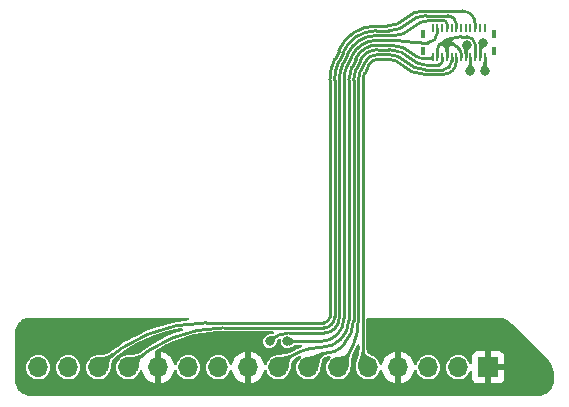
<source format=gbr>
%TF.GenerationSoftware,KiCad,Pcbnew,7.0.1-2.fc38*%
%TF.CreationDate,2023-04-23T00:49:20-04:00*%
%TF.ProjectId,ext-con-breakout-board,6578742d-636f-46e2-9d62-7265616b6f75,v0.6*%
%TF.SameCoordinates,Original*%
%TF.FileFunction,Copper,L3,Inr*%
%TF.FilePolarity,Positive*%
%FSLAX46Y46*%
G04 Gerber Fmt 4.6, Leading zero omitted, Abs format (unit mm)*
G04 Created by KiCad (PCBNEW 7.0.1-2.fc38) date 2023-04-23 00:49:20*
%MOMM*%
%LPD*%
G01*
G04 APERTURE LIST*
%TA.AperFunction,ComponentPad*%
%ADD10R,1.700000X1.700000*%
%TD*%
%TA.AperFunction,ComponentPad*%
%ADD11O,1.700000X1.700000*%
%TD*%
%TA.AperFunction,ComponentPad*%
%ADD12C,2.800000*%
%TD*%
%TA.AperFunction,Conductor*%
%ADD13R,0.230000X0.750000*%
%TD*%
%TA.AperFunction,Conductor*%
%ADD14R,0.450000X0.655000*%
%TD*%
%TA.AperFunction,ViaPad*%
%ADD15C,0.800000*%
%TD*%
%TA.AperFunction,Conductor*%
%ADD16C,0.230000*%
%TD*%
G04 APERTURE END LIST*
D10*
%TO.N,GND*%
%TO.C,J2*%
X130500000Y-115500000D03*
D11*
%TO.N,/UART1_RXD*%
X127960000Y-115500000D03*
%TO.N,/UART1_TXD*%
X125420000Y-115500000D03*
%TO.N,GND*%
X122880000Y-115500000D03*
%TO.N,/SPI_SS1*%
X120340000Y-115500000D03*
%TO.N,/SPI_SCK*%
X117800000Y-115500000D03*
%TO.N,/SPI_MOSI*%
X115260000Y-115500000D03*
%TO.N,/SPI_MISO*%
X112720000Y-115500000D03*
%TO.N,GND*%
X110180000Y-115500000D03*
%TO.N,Net-(J2-Pin_10)*%
X107640000Y-115500000D03*
%TO.N,Net-(J2-Pin_11)*%
X105100000Y-115500000D03*
%TO.N,GND*%
X102560000Y-115500000D03*
%TO.N,/GPIO4_IO11*%
X100020000Y-115500000D03*
%TO.N,/GPIO4_IO28*%
X97480000Y-115500000D03*
%TO.N,/I2C4_SCL*%
X94940000Y-115500000D03*
%TO.N,/I2C4_SDA*%
X92400000Y-115500000D03*
%TD*%
D12*
%TO.N,GND*%
%TO.C,H1*%
X133671000Y-115500000D03*
%TD*%
D13*
%TO.N,/I2C4_SDA*%
%TO.C,J1*%
X130200000Y-89225000D03*
%TO.N,unconnected-(J1-Pin_2-Pad2)*%
X130200000Y-86775000D03*
%TO.N,/I2C4_SCL*%
X129800000Y-89225000D03*
%TO.N,unconnected-(J1-Pin_4-Pad4)*%
X129800000Y-86775000D03*
%TO.N,GND*%
X129400000Y-89225000D03*
%TO.N,/GPIO4_IO28*%
X129400000Y-86775000D03*
%TO.N,/UART1_RXD*%
X129000000Y-89225000D03*
%TO.N,unconnected-(J1-Pin_8-Pad8)*%
X129000000Y-86775000D03*
%TO.N,/UART1_TXD*%
X128600000Y-89225000D03*
%TO.N,unconnected-(J1-Pin_10-Pad10)*%
X128600000Y-86775000D03*
%TO.N,GND*%
X128200000Y-89225000D03*
%TO.N,unconnected-(J1-Pin_12-Pad12)*%
X128200000Y-86775000D03*
%TO.N,/SPI_SS1*%
X127800000Y-89225000D03*
%TO.N,/GPIO4_IO11*%
X127800000Y-86775000D03*
%TO.N,/SPI_SCK*%
X127400000Y-89225000D03*
%TO.N,unconnected-(J1-Pin_16-Pad16)*%
X127400000Y-86775000D03*
%TO.N,GND*%
X127000000Y-89225000D03*
%TO.N,+1V8*%
X127000000Y-86775000D03*
%TO.N,/SPI_MOSI*%
X126600000Y-89225000D03*
%TO.N,unconnected-(J1-Pin_20-Pad20)*%
X126600000Y-86775000D03*
%TO.N,GND*%
X126200000Y-89225000D03*
%TO.N,+3V3*%
X126200000Y-86775000D03*
%TO.N,/SPI_MISO*%
X125800000Y-89225000D03*
%TO.N,unconnected-(J1-Pin_24-Pad24)*%
X125800000Y-86775000D03*
D14*
%TO.N,N/C*%
X125005000Y-87297500D03*
X125005000Y-88702500D03*
X130995000Y-87297500D03*
X130995000Y-88702500D03*
%TD*%
D15*
%TO.N,/I2C4_SDA*%
X130200000Y-90400000D03*
%TO.N,/I2C4_SCL*%
X130100000Y-88000000D03*
%TO.N,GND*%
X127000000Y-88000000D03*
%TO.N,/UART1_RXD*%
X129000000Y-90400000D03*
%TO.N,/UART1_TXD*%
X128700000Y-88200000D03*
%TO.N,+1V8*%
X112000000Y-113300000D03*
%TO.N,+3V3*%
X113500000Y-113300000D03*
%TD*%
D16*
%TO.N,/I2C4_SDA*%
X130200000Y-89225000D02*
X130200000Y-90400000D01*
%TO.N,/I2C4_SCL*%
X129800000Y-89225000D02*
X129800000Y-88724264D01*
X130100011Y-88000011D02*
G75*
G03*
X129800000Y-88724264I724289J-724289D01*
G01*
%TO.N,GND*%
X128717158Y-87500000D02*
X128207106Y-87500000D01*
X128200000Y-89225000D02*
X128200000Y-88844390D01*
X126200000Y-88565000D02*
X126200000Y-89225000D01*
X127000000Y-89225000D02*
X127000000Y-88000000D01*
X129400000Y-89225000D02*
X129400000Y-88182842D01*
X128097901Y-88597901D02*
X127853553Y-88353553D01*
X127000000Y-88000000D02*
X126765000Y-88000000D01*
X127853552Y-88353554D02*
G75*
G03*
X127000000Y-88000000I-853552J-853546D01*
G01*
X129200013Y-87699987D02*
G75*
G03*
X128717158Y-87500000I-482813J-482813D01*
G01*
X129399982Y-88182842D02*
G75*
G03*
X129200000Y-87700000I-682782J42D01*
G01*
X128207106Y-87500003D02*
G75*
G03*
X127000000Y-88000000I-6J-1707097D01*
G01*
X128200003Y-88844390D02*
G75*
G03*
X128097901Y-88597901I-348603J-10D01*
G01*
X126765000Y-88000000D02*
G75*
G03*
X126200000Y-88565000I0J-565000D01*
G01*
%TO.N,/GPIO4_IO28*%
X121910051Y-86600000D02*
X120988355Y-86600000D01*
X117843000Y-88691000D02*
X117508789Y-89379678D01*
X129400000Y-86775000D02*
X129400000Y-86408317D01*
X117100000Y-91158335D02*
X117100000Y-111218184D01*
X128306683Y-85315000D02*
X125012269Y-85315000D01*
X116593184Y-111725000D02*
X106593656Y-111725000D01*
X117508775Y-89379671D02*
G75*
G03*
X117100000Y-91158335I3665125J-1778629D01*
G01*
X129400000Y-86408317D02*
G75*
G03*
X128306683Y-85315000I-1093300J17D01*
G01*
X121910051Y-86599979D02*
G75*
G03*
X123600000Y-85900000I49J2389879D01*
G01*
X120988355Y-86600001D02*
G75*
G03*
X117843001Y-88691000I-10555J-3395299D01*
G01*
X125012269Y-85314977D02*
G75*
G03*
X123600000Y-85900000I31J-1997223D01*
G01*
X116593184Y-111725000D02*
G75*
G03*
X117100000Y-111218184I16J506800D01*
G01*
X106593656Y-111724982D02*
G75*
G03*
X97480000Y-115500000I44J-12888718D01*
G01*
%TO.N,/UART1_RXD*%
X129000000Y-89225000D02*
X129000000Y-90400000D01*
%TO.N,/UART1_TXD*%
X128600000Y-89225000D02*
X128600000Y-88441421D01*
X128699994Y-88199994D02*
G75*
G03*
X128600000Y-88441421I241406J-241406D01*
G01*
%TO.N,/SPI_SS1*%
X119900000Y-91167525D02*
X119900000Y-114437747D01*
X121992894Y-89400000D02*
X121190000Y-89400000D01*
X126735074Y-90685000D02*
X125095101Y-90685000D01*
X127800000Y-89225000D02*
X127800000Y-89620074D01*
X120360362Y-89918489D02*
X120031159Y-90596848D01*
X123200002Y-89899998D02*
G75*
G03*
X121992894Y-89400000I-1207102J-1207102D01*
G01*
X120031149Y-90596843D02*
G75*
G03*
X119900000Y-91167525I1175951J-570657D01*
G01*
X126735074Y-90685000D02*
G75*
G03*
X127800000Y-89620074I26J1064900D01*
G01*
X121190000Y-89400023D02*
G75*
G03*
X120360363Y-89918489I1600J-925577D01*
G01*
X123200004Y-89899996D02*
G75*
G03*
X125095101Y-90685000I1895096J1894996D01*
G01*
X119899981Y-114437747D02*
G75*
G03*
X120340000Y-115500000I1502319J47D01*
G01*
%TO.N,/GPIO4_IO11*%
X118203246Y-88866390D02*
X117868652Y-89555857D01*
X116594544Y-112150000D02*
X108107615Y-112150000D01*
X122110051Y-87000000D02*
X121008650Y-87000000D01*
X117500000Y-91159875D02*
X117500000Y-111244544D01*
X127800000Y-86775000D02*
X127800000Y-86408054D01*
X127106946Y-85715000D02*
X125212292Y-85715000D01*
X116594544Y-112150000D02*
G75*
G03*
X117500000Y-111244544I-44J905500D01*
G01*
X108107615Y-112150007D02*
G75*
G03*
X100020000Y-115500000I-15J-11437593D01*
G01*
X122110051Y-86999979D02*
G75*
G03*
X123800000Y-86300000I49J2389879D01*
G01*
X125212292Y-85715007D02*
G75*
G03*
X123800001Y-86300001I8J-1997293D01*
G01*
X127800000Y-86408054D02*
G75*
G03*
X127106946Y-85715000I-693100J-46D01*
G01*
X117868661Y-89555862D02*
G75*
G03*
X117500000Y-91159875I3305239J-1604038D01*
G01*
X121008650Y-87000001D02*
G75*
G03*
X118203246Y-88866390I850J-3042899D01*
G01*
%TO.N,/SPI_SCK*%
X119500000Y-91169915D02*
X119500000Y-111526629D01*
X117829859Y-115470140D02*
X117849950Y-115450048D01*
X117817840Y-115482160D02*
X117829859Y-115470140D01*
X120000844Y-89743140D02*
X119672340Y-90420058D01*
X117849950Y-115450048D02*
X117872680Y-115427317D01*
X122051472Y-89000000D02*
X121163259Y-89000000D01*
X117817840Y-115482160D02*
X117800000Y-115500000D01*
X126710366Y-90285000D02*
X125153730Y-90285000D01*
X127400000Y-89225000D02*
X127400000Y-89595366D01*
X117872680Y-115427317D02*
X117892517Y-115407480D01*
X119672334Y-90420055D02*
G75*
G03*
X119500000Y-91169915I1545166J-749845D01*
G01*
X123500008Y-89599992D02*
G75*
G03*
X122051472Y-89000000I-1448508J-1448508D01*
G01*
X117892503Y-115407466D02*
G75*
G03*
X119500000Y-111526629I-3880903J3880866D01*
G01*
X121163259Y-89000014D02*
G75*
G03*
X120000844Y-89743140I5041J-1288586D01*
G01*
X126710366Y-90285000D02*
G75*
G03*
X127400000Y-89595366I34J689600D01*
G01*
X123499989Y-89600011D02*
G75*
G03*
X125153730Y-90285000I1653711J1653711D01*
G01*
%TO.N,+1V8*%
X112000000Y-113300000D02*
X112063604Y-113236396D01*
X122551472Y-87400000D02*
X121051370Y-87400000D01*
X126715548Y-86115000D02*
X125653670Y-86115000D01*
X127000000Y-86775000D02*
X127000000Y-86399452D01*
X113600000Y-112600000D02*
X116587827Y-112600000D01*
X117900000Y-91159902D02*
X117900000Y-111287827D01*
X118562774Y-89041746D02*
X118228514Y-89730524D01*
X127000000Y-86399452D02*
G75*
G03*
X126715548Y-86115000I-284500J-48D01*
G01*
X116587827Y-112600000D02*
G75*
G03*
X117900000Y-111287827I-27J1312200D01*
G01*
X118228513Y-89730524D02*
G75*
G03*
X117900000Y-91159902I2945387J-1429376D01*
G01*
X113600000Y-112600003D02*
G75*
G03*
X112063605Y-113236397I0J-2172797D01*
G01*
X125653670Y-86114986D02*
G75*
G03*
X124000000Y-86800000I30J-2338614D01*
G01*
X122551472Y-87399988D02*
G75*
G03*
X124000000Y-86800000I28J2048488D01*
G01*
X121051370Y-87400035D02*
G75*
G03*
X118562774Y-89041746I-6970J-2696465D01*
G01*
%TO.N,/SPI_MOSI*%
X118287621Y-113512380D02*
X117903556Y-113896445D01*
X119100000Y-91159898D02*
X119100000Y-111551122D01*
X119641327Y-89567792D02*
X119308102Y-90254437D01*
X126600000Y-89225000D02*
X126600000Y-89600882D01*
X116128163Y-114631838D02*
X115260000Y-115500000D01*
X126315882Y-89885000D02*
X125212340Y-89885000D01*
X122110051Y-88600000D02*
X121138822Y-88600000D01*
X118287602Y-113512361D02*
G75*
G03*
X119100000Y-111551122I-1961202J1961261D01*
G01*
X123970742Y-89370680D02*
G75*
G03*
X122110051Y-88600000I-1860642J-1860720D01*
G01*
X123970681Y-89370741D02*
G75*
G03*
X125212340Y-89885000I1241619J1241741D01*
G01*
X126315882Y-89885000D02*
G75*
G03*
X126600000Y-89600882I18J284100D01*
G01*
X117050000Y-114250002D02*
G75*
G03*
X117903556Y-113896445I0J1207102D01*
G01*
X119308103Y-90254437D02*
G75*
G03*
X119100000Y-91159898I1865797J-905463D01*
G01*
X121138822Y-88599986D02*
G75*
G03*
X119641328Y-89567792I1078J-1644114D01*
G01*
X117050000Y-114250008D02*
G75*
G03*
X116128163Y-114631838I0J-1303692D01*
G01*
%TO.N,+3V3*%
X124068758Y-87931242D02*
X123614569Y-87885431D01*
X124339732Y-87960268D02*
X124068758Y-87931242D01*
X122875734Y-87824266D02*
X122400000Y-87800000D01*
X126200000Y-86775000D02*
X126200000Y-87200000D01*
X124684837Y-87984837D02*
X124339732Y-87960268D01*
X118300000Y-91159900D02*
X118300000Y-111326857D01*
X125400000Y-88000000D02*
X125000000Y-88000000D01*
X116326857Y-113300000D02*
X113500000Y-113300000D01*
X123614569Y-87885431D02*
X123251870Y-87851870D01*
X123251870Y-87851870D02*
X122875734Y-87824266D01*
X122400000Y-87800000D02*
X121089949Y-87800000D01*
X125000000Y-88000000D02*
X124684837Y-87984837D01*
X118922291Y-89217095D02*
X118588377Y-89905161D01*
X125400000Y-88000000D02*
G75*
G03*
X126200000Y-87200000I0J800000D01*
G01*
X118588377Y-89905161D02*
G75*
G03*
X118300000Y-91159900I2585523J-1254739D01*
G01*
X121089949Y-87800000D02*
G75*
G03*
X118922292Y-89217095I-6749J-2356100D01*
G01*
X116326857Y-113300000D02*
G75*
G03*
X118300000Y-111326857I43J1973100D01*
G01*
%TO.N,/SPI_MISO*%
X125710000Y-89315000D02*
X124783298Y-89315000D01*
X119281809Y-89392443D02*
X118948240Y-90079798D01*
X124295602Y-89095599D02*
X124266208Y-89066207D01*
X113019928Y-115200071D02*
X112720000Y-115500000D01*
X118700000Y-91159898D02*
X118700000Y-111500000D01*
X122175000Y-88200000D02*
X121124386Y-88200000D01*
X124325291Y-89125288D02*
X124295602Y-89095599D01*
X116400000Y-113800000D02*
G75*
G03*
X118700000Y-111500000I0J2300000D01*
G01*
X124325296Y-89125283D02*
G75*
G03*
X124783298Y-89315000I458004J457983D01*
G01*
X116400000Y-113799987D02*
G75*
G03*
X113019928Y-115200071I0J-4780113D01*
G01*
X125710000Y-89315000D02*
G75*
G03*
X125800000Y-89225000I0J90000D01*
G01*
X118948240Y-90079798D02*
G75*
G03*
X118700000Y-91159898I2225660J-1080102D01*
G01*
X124266205Y-89066210D02*
G75*
G03*
X122175000Y-88200000I-2091205J-2091190D01*
G01*
X121124386Y-88200032D02*
G75*
G03*
X119281809Y-89392443I1514J-2022168D01*
G01*
%TD*%
%TA.AperFunction,Conductor*%
%TO.N,GND*%
G36*
X105110377Y-111314293D02*
G01*
X105151786Y-111353589D01*
X105168953Y-111408033D01*
X105157572Y-111463974D01*
X105120497Y-111507383D01*
X105067026Y-111527375D01*
X104873493Y-111547716D01*
X104192044Y-111655649D01*
X104192039Y-111655650D01*
X104192033Y-111655651D01*
X103854593Y-111727377D01*
X103517144Y-111799105D01*
X102850709Y-111977677D01*
X102194528Y-112190884D01*
X101550395Y-112438146D01*
X100920098Y-112718773D01*
X100757407Y-112801669D01*
X100305337Y-113032011D01*
X100099125Y-113151068D01*
X99707813Y-113376992D01*
X99129174Y-113752764D01*
X98593135Y-114142220D01*
X98586058Y-114146291D01*
X98431662Y-114253339D01*
X98420687Y-114260064D01*
X98300224Y-114324823D01*
X98286653Y-114331011D01*
X98183940Y-114369946D01*
X98169556Y-114374338D01*
X98073497Y-114396861D01*
X98061404Y-114399017D01*
X97959581Y-114411554D01*
X97952528Y-114412200D01*
X97835402Y-114419279D01*
X97834439Y-114419333D01*
X97702566Y-114426184D01*
X97700781Y-114426295D01*
X97698937Y-114426410D01*
X97698691Y-114426427D01*
X97698477Y-114426443D01*
X97695187Y-114426713D01*
X97551641Y-114439888D01*
X97545291Y-114440588D01*
X97544415Y-114440701D01*
X97538034Y-114441644D01*
X97379337Y-114468082D01*
X97371638Y-114469540D01*
X97370644Y-114469752D01*
X97362743Y-114471624D01*
X97191576Y-114516354D01*
X97162959Y-114528910D01*
X97150254Y-114533605D01*
X97087584Y-114552617D01*
X96910297Y-114647378D01*
X96754906Y-114774906D01*
X96627378Y-114930297D01*
X96532618Y-115107582D01*
X96474266Y-115299945D01*
X96454561Y-115500000D01*
X96474266Y-115700054D01*
X96532618Y-115892417D01*
X96559363Y-115942454D01*
X96627379Y-116069703D01*
X96754906Y-116225094D01*
X96910297Y-116352621D01*
X97087582Y-116447381D01*
X97279947Y-116505734D01*
X97480000Y-116525438D01*
X97680053Y-116505734D01*
X97872418Y-116447381D01*
X98049703Y-116352621D01*
X98205094Y-116225094D01*
X98332621Y-116069703D01*
X98427381Y-115892418D01*
X98432387Y-115875912D01*
X98440094Y-115856879D01*
X98442751Y-115851714D01*
X98495671Y-115690121D01*
X98498086Y-115682106D01*
X98498381Y-115681035D01*
X98500396Y-115672978D01*
X98535097Y-115518849D01*
X98536308Y-115513010D01*
X98536459Y-115512214D01*
X98537506Y-115506108D01*
X98559274Y-115364162D01*
X98559676Y-115361392D01*
X98559720Y-115361071D01*
X98559988Y-115359027D01*
X98576065Y-115230525D01*
X98576468Y-115227624D01*
X98593079Y-115118794D01*
X98595023Y-115108975D01*
X98616531Y-115020912D01*
X98621483Y-115005491D01*
X98629230Y-114986198D01*
X98652071Y-114929308D01*
X98660862Y-114911893D01*
X98708511Y-114834724D01*
X98719812Y-114819440D01*
X98797598Y-114730784D01*
X98808905Y-114719585D01*
X98933792Y-114612109D01*
X98933794Y-114612106D01*
X98941997Y-114605047D01*
X98942307Y-114605407D01*
X98947624Y-114600174D01*
X99183373Y-114419278D01*
X99188143Y-114415813D01*
X99727031Y-114045444D01*
X99732006Y-114042213D01*
X100289569Y-113700537D01*
X100294674Y-113697590D01*
X100869327Y-113385578D01*
X100874619Y-113382881D01*
X101464806Y-113101376D01*
X101470255Y-113098951D01*
X101479579Y-113095089D01*
X102074336Y-112848731D01*
X102079893Y-112846597D01*
X102696294Y-112628316D01*
X102701896Y-112626496D01*
X103328860Y-112440780D01*
X103334608Y-112439240D01*
X103970423Y-112286592D01*
X103976231Y-112285358D01*
X104519849Y-112184603D01*
X104576931Y-112188630D01*
X104624865Y-112219886D01*
X104651573Y-112270496D01*
X104650325Y-112327706D01*
X104621435Y-112377102D01*
X104572184Y-112406238D01*
X104546188Y-112413727D01*
X103925245Y-112631003D01*
X103317490Y-112882743D01*
X102724799Y-113168168D01*
X102149060Y-113486367D01*
X101592026Y-113836375D01*
X101154515Y-114146805D01*
X101132896Y-114158850D01*
X101132180Y-114159152D01*
X101131505Y-114159438D01*
X100982139Y-114259473D01*
X100971227Y-114265932D01*
X100848822Y-114329475D01*
X100835403Y-114335379D01*
X100731125Y-114373460D01*
X100716969Y-114377614D01*
X100619646Y-114399442D01*
X100607794Y-114401450D01*
X100505104Y-114413326D01*
X100498251Y-114413910D01*
X100380604Y-114420363D01*
X100379787Y-114420405D01*
X100247493Y-114426709D01*
X100243828Y-114426923D01*
X100243417Y-114426951D01*
X100240070Y-114427215D01*
X100096511Y-114439877D01*
X100089896Y-114440587D01*
X100089100Y-114440687D01*
X100085099Y-114441267D01*
X100082862Y-114441591D01*
X100082848Y-114441593D01*
X100082843Y-114441594D01*
X99923875Y-114467524D01*
X99916159Y-114468961D01*
X99915114Y-114469179D01*
X99907428Y-114470972D01*
X99735627Y-114515170D01*
X99705917Y-114528068D01*
X99693615Y-114532587D01*
X99627580Y-114552619D01*
X99450297Y-114647378D01*
X99294906Y-114774906D01*
X99167378Y-114930297D01*
X99072618Y-115107582D01*
X99014266Y-115299945D01*
X98994561Y-115500000D01*
X99014266Y-115700054D01*
X99072618Y-115892417D01*
X99099363Y-115942454D01*
X99167379Y-116069703D01*
X99294906Y-116225094D01*
X99450297Y-116352621D01*
X99627582Y-116447381D01*
X99819947Y-116505734D01*
X100020000Y-116525438D01*
X100220053Y-116505734D01*
X100412418Y-116447381D01*
X100589703Y-116352621D01*
X100745094Y-116225094D01*
X100872621Y-116069703D01*
X100967381Y-115892418D01*
X100971579Y-115878574D01*
X100979498Y-115859133D01*
X100981285Y-115855693D01*
X101010334Y-115768149D01*
X101042020Y-115719545D01*
X101093528Y-115692831D01*
X101151513Y-115694930D01*
X101200954Y-115725299D01*
X101229044Y-115776070D01*
X101271178Y-115942453D01*
X101361582Y-116148552D01*
X101484674Y-116336957D01*
X101637101Y-116502538D01*
X101814697Y-116640767D01*
X102012628Y-116747882D01*
X102225488Y-116820956D01*
X102306000Y-116834391D01*
X102306000Y-114165608D01*
X102814000Y-114165608D01*
X102814000Y-116834391D01*
X102894511Y-116820956D01*
X103107371Y-116747882D01*
X103305302Y-116640767D01*
X103482898Y-116502538D01*
X103635325Y-116336957D01*
X103758417Y-116148552D01*
X103848821Y-115942454D01*
X103893329Y-115766695D01*
X103921827Y-115715499D01*
X103971990Y-115685220D01*
X104030568Y-115683857D01*
X104082085Y-115711771D01*
X104112932Y-115761588D01*
X104152618Y-115892417D01*
X104179363Y-115942454D01*
X104247379Y-116069703D01*
X104374906Y-116225094D01*
X104530297Y-116352621D01*
X104707582Y-116447381D01*
X104899947Y-116505734D01*
X105100000Y-116525438D01*
X105300053Y-116505734D01*
X105492418Y-116447381D01*
X105669703Y-116352621D01*
X105825094Y-116225094D01*
X105952621Y-116069703D01*
X106047381Y-115892418D01*
X106105734Y-115700053D01*
X106125438Y-115500000D01*
X106614561Y-115500000D01*
X106634266Y-115700054D01*
X106692618Y-115892417D01*
X106719363Y-115942454D01*
X106787379Y-116069703D01*
X106914906Y-116225094D01*
X107070297Y-116352621D01*
X107247582Y-116447381D01*
X107439947Y-116505734D01*
X107640000Y-116525438D01*
X107840053Y-116505734D01*
X108032418Y-116447381D01*
X108209703Y-116352621D01*
X108365094Y-116225094D01*
X108492621Y-116069703D01*
X108587381Y-115892418D01*
X108627068Y-115761585D01*
X108657913Y-115711772D01*
X108709430Y-115683858D01*
X108768008Y-115685220D01*
X108818172Y-115715498D01*
X108846670Y-115766695D01*
X108891178Y-115942453D01*
X108981582Y-116148552D01*
X109104674Y-116336957D01*
X109257101Y-116502538D01*
X109434697Y-116640767D01*
X109632628Y-116747882D01*
X109845488Y-116820956D01*
X109926000Y-116834392D01*
X109926000Y-114165608D01*
X109845488Y-114179043D01*
X109632628Y-114252117D01*
X109434697Y-114359232D01*
X109257101Y-114497461D01*
X109104674Y-114663042D01*
X108981582Y-114851447D01*
X108891178Y-115057546D01*
X108846670Y-115233304D01*
X108818172Y-115284501D01*
X108768008Y-115314779D01*
X108709430Y-115316141D01*
X108657913Y-115288227D01*
X108627067Y-115238411D01*
X108626495Y-115236526D01*
X108587381Y-115107582D01*
X108492621Y-114930297D01*
X108365094Y-114774906D01*
X108219112Y-114655101D01*
X108209702Y-114647378D01*
X108032417Y-114552618D01*
X107840054Y-114494266D01*
X107640000Y-114474561D01*
X107439945Y-114494266D01*
X107247582Y-114552618D01*
X107070297Y-114647378D01*
X106914906Y-114774906D01*
X106787378Y-114930297D01*
X106692618Y-115107582D01*
X106634266Y-115299945D01*
X106614561Y-115500000D01*
X106125438Y-115500000D01*
X106105734Y-115299947D01*
X106047381Y-115107582D01*
X105952621Y-114930297D01*
X105825094Y-114774906D01*
X105679112Y-114655101D01*
X105669702Y-114647378D01*
X105492417Y-114552618D01*
X105300054Y-114494266D01*
X105100000Y-114474561D01*
X104899945Y-114494266D01*
X104707582Y-114552618D01*
X104530297Y-114647378D01*
X104374906Y-114774906D01*
X104247378Y-114930297D01*
X104152618Y-115107582D01*
X104112932Y-115238411D01*
X104082085Y-115288228D01*
X104030568Y-115316142D01*
X103971990Y-115314779D01*
X103921827Y-115284500D01*
X103893329Y-115233304D01*
X103848821Y-115057546D01*
X103758417Y-114851447D01*
X103635325Y-114663042D01*
X103482898Y-114497461D01*
X103305302Y-114359232D01*
X103107371Y-114252117D01*
X102894511Y-114179043D01*
X102814000Y-114165608D01*
X102306000Y-114165608D01*
X102306000Y-114132292D01*
X102321008Y-114075754D01*
X102362079Y-114034102D01*
X102511845Y-113945757D01*
X102710396Y-113828634D01*
X102715952Y-113825564D01*
X103266074Y-113541365D01*
X103271800Y-113538608D01*
X103836989Y-113285703D01*
X103842855Y-113283273D01*
X104421335Y-113062456D01*
X104427336Y-113060356D01*
X105017287Y-112872322D01*
X105023368Y-112870570D01*
X105622957Y-112715905D01*
X105629149Y-112714491D01*
X106236457Y-112593691D01*
X106242707Y-112592629D01*
X106855818Y-112506073D01*
X106862146Y-112505360D01*
X107479135Y-112453318D01*
X107485517Y-112452961D01*
X107579424Y-112450326D01*
X108106265Y-112435545D01*
X108109462Y-112435500D01*
X108157956Y-112435500D01*
X112229900Y-112435500D01*
X112282394Y-112448305D01*
X112323095Y-112483844D01*
X112342859Y-112534132D01*
X112337248Y-112587872D01*
X112307521Y-112632993D01*
X112260356Y-112659356D01*
X112256262Y-112660491D01*
X112250434Y-112661942D01*
X112213900Y-112670020D01*
X112204293Y-112672145D01*
X112200251Y-112672962D01*
X112149211Y-112682325D01*
X112147796Y-112682575D01*
X112089505Y-112692509D01*
X112087582Y-112692847D01*
X112022421Y-112704672D01*
X112020181Y-112705094D01*
X112019934Y-112705142D01*
X112017452Y-112705646D01*
X112017408Y-112705655D01*
X111985373Y-112712389D01*
X111944448Y-112720992D01*
X111943008Y-112721310D01*
X111940913Y-112721773D01*
X111940881Y-112721780D01*
X111940815Y-112721795D01*
X111940599Y-112721845D01*
X111938182Y-112722425D01*
X111937831Y-112722510D01*
X111861924Y-112741381D01*
X111861922Y-112741381D01*
X111856410Y-112742752D01*
X111852936Y-112743410D01*
X111712289Y-112801668D01*
X111593113Y-112893113D01*
X111501668Y-113012289D01*
X111444184Y-113151068D01*
X111424576Y-113300000D01*
X111444184Y-113448931D01*
X111501668Y-113587712D01*
X111593113Y-113706886D01*
X111712287Y-113798331D01*
X111781559Y-113827024D01*
X111851070Y-113855816D01*
X112000000Y-113875423D01*
X112148930Y-113855816D01*
X112287712Y-113798331D01*
X112406886Y-113706886D01*
X112498331Y-113587712D01*
X112513512Y-113551059D01*
X112520152Y-113537609D01*
X112534270Y-113513213D01*
X112558627Y-113449970D01*
X112560543Y-113444748D01*
X112560793Y-113444032D01*
X112562619Y-113438512D01*
X112583099Y-113372956D01*
X112584020Y-113369911D01*
X112584135Y-113369518D01*
X112584942Y-113366669D01*
X112601512Y-113306276D01*
X112615152Y-113257753D01*
X112617059Y-113251641D01*
X112627393Y-113221558D01*
X112632125Y-113209914D01*
X112639216Y-113194903D01*
X112647910Y-113179661D01*
X112653116Y-113171978D01*
X112665482Y-113156741D01*
X112674947Y-113146941D01*
X112688746Y-113134789D01*
X112712053Y-113117393D01*
X112724764Y-113109163D01*
X112769408Y-113084298D01*
X112829926Y-113070004D01*
X112888942Y-113089596D01*
X112928897Y-113137244D01*
X112937903Y-113198771D01*
X112924576Y-113299999D01*
X112944184Y-113448931D01*
X113001668Y-113587712D01*
X113093113Y-113706886D01*
X113212287Y-113798331D01*
X113281559Y-113827024D01*
X113351070Y-113855816D01*
X113500000Y-113875423D01*
X113648930Y-113855816D01*
X113718967Y-113826804D01*
X113725927Y-113824186D01*
X113763353Y-113811494D01*
X113826155Y-113778547D01*
X113830529Y-113776172D01*
X113831124Y-113775838D01*
X113835661Y-113773201D01*
X113895277Y-113737351D01*
X113898416Y-113735419D01*
X113898792Y-113735182D01*
X113901301Y-113733570D01*
X113953792Y-113699224D01*
X113954609Y-113698687D01*
X113998991Y-113669292D01*
X114002406Y-113667115D01*
X114036088Y-113646500D01*
X114043798Y-113642184D01*
X114069698Y-113628978D01*
X114080999Y-113623970D01*
X114105488Y-113614669D01*
X114118479Y-113610604D01*
X114149972Y-113602782D01*
X114162457Y-113600411D01*
X114208875Y-113594256D01*
X114219421Y-113593356D01*
X114285526Y-113590803D01*
X114292496Y-113589170D01*
X114295336Y-113588505D01*
X114321337Y-113585500D01*
X114659366Y-113585500D01*
X114720450Y-113603247D01*
X114762516Y-113650961D01*
X114772467Y-113713788D01*
X114747204Y-113772166D01*
X114694594Y-113807920D01*
X114645341Y-113823923D01*
X114277585Y-113976254D01*
X113922900Y-114156976D01*
X113909950Y-114164912D01*
X113894422Y-114171830D01*
X113720719Y-114262319D01*
X113711659Y-114266544D01*
X113573297Y-114323830D01*
X113562596Y-114327648D01*
X113444731Y-114363185D01*
X113433739Y-114365911D01*
X113325961Y-114387025D01*
X113316926Y-114388422D01*
X113207759Y-114400836D01*
X113202820Y-114401289D01*
X113082287Y-114409707D01*
X113082181Y-114409715D01*
X112950849Y-114418975D01*
X112947391Y-114419253D01*
X112946944Y-114419294D01*
X112943539Y-114419635D01*
X112801098Y-114435402D01*
X112801090Y-114435402D01*
X112801072Y-114435405D01*
X112798454Y-114435738D01*
X112795336Y-114436135D01*
X112794693Y-114436228D01*
X112789002Y-114437142D01*
X112629761Y-114465436D01*
X112624528Y-114466470D01*
X112623140Y-114466745D01*
X112622476Y-114466889D01*
X112622280Y-114466932D01*
X112615867Y-114468455D01*
X112441678Y-114513334D01*
X112411721Y-114526316D01*
X112399487Y-114530806D01*
X112327580Y-114552619D01*
X112150297Y-114647378D01*
X111994906Y-114774906D01*
X111867378Y-114930297D01*
X111772618Y-115107582D01*
X111732932Y-115238411D01*
X111702085Y-115288228D01*
X111650568Y-115316142D01*
X111591990Y-115314779D01*
X111541827Y-115284500D01*
X111513329Y-115233304D01*
X111468821Y-115057546D01*
X111378417Y-114851447D01*
X111255325Y-114663042D01*
X111102898Y-114497461D01*
X110925302Y-114359232D01*
X110727371Y-114252117D01*
X110514511Y-114179043D01*
X110434000Y-114165608D01*
X110434000Y-116834391D01*
X110514511Y-116820956D01*
X110727371Y-116747882D01*
X110925302Y-116640767D01*
X111102898Y-116502538D01*
X111255325Y-116336957D01*
X111378417Y-116148552D01*
X111468821Y-115942454D01*
X111513329Y-115766695D01*
X111541827Y-115715499D01*
X111591990Y-115685220D01*
X111650568Y-115683857D01*
X111702085Y-115711771D01*
X111732932Y-115761588D01*
X111772618Y-115892417D01*
X111799363Y-115942454D01*
X111867379Y-116069703D01*
X111994906Y-116225094D01*
X112150297Y-116352621D01*
X112327582Y-116447381D01*
X112519947Y-116505734D01*
X112720000Y-116525438D01*
X112920053Y-116505734D01*
X113112418Y-116447381D01*
X113289703Y-116352621D01*
X113445094Y-116225094D01*
X113572621Y-116069703D01*
X113667381Y-115892418D01*
X113670457Y-115882276D01*
X113678495Y-115862601D01*
X113678867Y-115861889D01*
X113731868Y-115702923D01*
X113734533Y-115694176D01*
X113734857Y-115693004D01*
X113737052Y-115684181D01*
X113771297Y-115529520D01*
X113772553Y-115523321D01*
X113772706Y-115522489D01*
X113773744Y-115516206D01*
X113794897Y-115371923D01*
X113795158Y-115370075D01*
X113795199Y-115369773D01*
X113795543Y-115367082D01*
X113811218Y-115236509D01*
X113811721Y-115232832D01*
X113812064Y-115230595D01*
X113828308Y-115124684D01*
X113830591Y-115113542D01*
X113852017Y-115030419D01*
X113858162Y-115012738D01*
X113860874Y-115006610D01*
X113887276Y-114946957D01*
X113898725Y-114926880D01*
X113943369Y-114864329D01*
X113958387Y-114847207D01*
X114034375Y-114776319D01*
X114049222Y-114764614D01*
X114179315Y-114678557D01*
X114179321Y-114678550D01*
X114185537Y-114674439D01*
X114204701Y-114660577D01*
X114496096Y-114508885D01*
X114505051Y-114504710D01*
X114520052Y-114498496D01*
X114583716Y-114491594D01*
X114641058Y-114520106D01*
X114673981Y-114575034D01*
X114672096Y-114639046D01*
X114635997Y-114691941D01*
X114534906Y-114774905D01*
X114407378Y-114930297D01*
X114312618Y-115107582D01*
X114254266Y-115299945D01*
X114234561Y-115500000D01*
X114254266Y-115700054D01*
X114312618Y-115892417D01*
X114339363Y-115942454D01*
X114407379Y-116069703D01*
X114534906Y-116225094D01*
X114690297Y-116352621D01*
X114867582Y-116447381D01*
X115059947Y-116505734D01*
X115260000Y-116525438D01*
X115460053Y-116505734D01*
X115652418Y-116447381D01*
X115829703Y-116352621D01*
X115985094Y-116225094D01*
X116112621Y-116069703D01*
X116207381Y-115892418D01*
X116219084Y-115853835D01*
X116225140Y-115838146D01*
X116233807Y-115819850D01*
X116276657Y-115672981D01*
X116290145Y-115626750D01*
X116290584Y-115625125D01*
X116291942Y-115620108D01*
X116292165Y-115619215D01*
X116293712Y-115612453D01*
X116334191Y-115417952D01*
X116334854Y-115414607D01*
X116334938Y-115414160D01*
X116335535Y-115410803D01*
X116366540Y-115226114D01*
X116366677Y-115225322D01*
X116395484Y-115061757D01*
X116396995Y-115054558D01*
X116429032Y-114923343D01*
X116433709Y-114908614D01*
X116471117Y-114813684D01*
X116482459Y-114792045D01*
X116525038Y-114728487D01*
X116545620Y-114705330D01*
X116602345Y-114656781D01*
X116628243Y-114640095D01*
X116724259Y-114595268D01*
X116747793Y-114587273D01*
X116885220Y-114556802D01*
X116929771Y-114546925D01*
X116929998Y-114547952D01*
X116947911Y-114543541D01*
X117038377Y-114536422D01*
X117094638Y-114546356D01*
X117139017Y-114582341D01*
X117160362Y-114635338D01*
X117153313Y-114692036D01*
X117119640Y-114738193D01*
X117074906Y-114774905D01*
X116947378Y-114930297D01*
X116852618Y-115107582D01*
X116794266Y-115299945D01*
X116774561Y-115500000D01*
X116794266Y-115700054D01*
X116852618Y-115892417D01*
X116879363Y-115942454D01*
X116947379Y-116069703D01*
X117074906Y-116225094D01*
X117230297Y-116352621D01*
X117407582Y-116447381D01*
X117599947Y-116505734D01*
X117800000Y-116525438D01*
X118000053Y-116505734D01*
X118192418Y-116447381D01*
X118369703Y-116352621D01*
X118525094Y-116225094D01*
X118652621Y-116069703D01*
X118747381Y-115892418D01*
X118775234Y-115800592D01*
X118778687Y-115790837D01*
X118792336Y-115757221D01*
X118804427Y-115705216D01*
X118806378Y-115697929D01*
X118806706Y-115696845D01*
X118807510Y-115691953D01*
X118807936Y-115690121D01*
X118833180Y-115581554D01*
X118834659Y-115574547D01*
X118834839Y-115573599D01*
X118836053Y-115566389D01*
X118859649Y-115405894D01*
X118860471Y-115399493D01*
X118860562Y-115398663D01*
X118861119Y-115392609D01*
X118871839Y-115249094D01*
X118872071Y-115245494D01*
X118872099Y-115244976D01*
X118872275Y-115240813D01*
X118876288Y-115108236D01*
X118876296Y-115107976D01*
X118876311Y-115107451D01*
X118879618Y-114986198D01*
X118879865Y-114981196D01*
X118882078Y-114950170D01*
X118887695Y-114871399D01*
X118888768Y-114861948D01*
X118891068Y-114847202D01*
X118905579Y-114754157D01*
X118908034Y-114742477D01*
X118939284Y-114624832D01*
X118942991Y-114613364D01*
X118996024Y-114474870D01*
X119000284Y-114465138D01*
X119083148Y-114297637D01*
X119083881Y-114294966D01*
X119092236Y-114273394D01*
X119259174Y-113945763D01*
X119395177Y-113617421D01*
X119433493Y-113568819D01*
X119491556Y-113547398D01*
X119552255Y-113559472D01*
X119597701Y-113601482D01*
X119614500Y-113661047D01*
X119614500Y-113886463D01*
X119611520Y-113912358D01*
X119609200Y-113922300D01*
X119601815Y-114119621D01*
X119601064Y-114129099D01*
X119581614Y-114289271D01*
X119579998Y-114299020D01*
X119551821Y-114432827D01*
X119549705Y-114441267D01*
X119514654Y-114561398D01*
X119512970Y-114566686D01*
X119471980Y-114685355D01*
X119471718Y-114686105D01*
X119428438Y-114808630D01*
X119427355Y-114811792D01*
X119427236Y-114812149D01*
X119426181Y-114815428D01*
X119386251Y-114943944D01*
X119384441Y-114950170D01*
X119384218Y-114950994D01*
X119382633Y-114957317D01*
X119349802Y-115099356D01*
X119348184Y-115107171D01*
X119347991Y-115108223D01*
X119346702Y-115116298D01*
X119324430Y-115280297D01*
X119323864Y-115285338D01*
X119323541Y-115288227D01*
X119323521Y-115288401D01*
X119323425Y-115289481D01*
X119322891Y-115297610D01*
X119314637Y-115493030D01*
X119314348Y-115493017D01*
X119314397Y-115498330D01*
X119334266Y-115700054D01*
X119392618Y-115892417D01*
X119419363Y-115942454D01*
X119487379Y-116069703D01*
X119614906Y-116225094D01*
X119770297Y-116352621D01*
X119947582Y-116447381D01*
X120139947Y-116505734D01*
X120340000Y-116525438D01*
X120540053Y-116505734D01*
X120732418Y-116447381D01*
X120909703Y-116352621D01*
X121065094Y-116225094D01*
X121192621Y-116069703D01*
X121287381Y-115892418D01*
X121327068Y-115761585D01*
X121357913Y-115711772D01*
X121409430Y-115683858D01*
X121468008Y-115685220D01*
X121518172Y-115715498D01*
X121546670Y-115766695D01*
X121591178Y-115942453D01*
X121681582Y-116148552D01*
X121804674Y-116336957D01*
X121957101Y-116502538D01*
X122134697Y-116640767D01*
X122332628Y-116747882D01*
X122545488Y-116820956D01*
X122626000Y-116834391D01*
X122626000Y-114165608D01*
X123134000Y-114165608D01*
X123134000Y-116834391D01*
X123214511Y-116820956D01*
X123427371Y-116747882D01*
X123625302Y-116640767D01*
X123802898Y-116502538D01*
X123955325Y-116336957D01*
X124078417Y-116148552D01*
X124168821Y-115942454D01*
X124213329Y-115766695D01*
X124241827Y-115715499D01*
X124291990Y-115685220D01*
X124350568Y-115683857D01*
X124402085Y-115711771D01*
X124432932Y-115761588D01*
X124472618Y-115892417D01*
X124499363Y-115942454D01*
X124567379Y-116069703D01*
X124694906Y-116225094D01*
X124850297Y-116352621D01*
X125027582Y-116447381D01*
X125219947Y-116505734D01*
X125420000Y-116525438D01*
X125620053Y-116505734D01*
X125812418Y-116447381D01*
X125989703Y-116352621D01*
X126145094Y-116225094D01*
X126272621Y-116069703D01*
X126367381Y-115892418D01*
X126425734Y-115700053D01*
X126445438Y-115500000D01*
X126934561Y-115500000D01*
X126954266Y-115700054D01*
X127012618Y-115892417D01*
X127039363Y-115942454D01*
X127107379Y-116069703D01*
X127234906Y-116225094D01*
X127390297Y-116352621D01*
X127567582Y-116447381D01*
X127759947Y-116505734D01*
X127960000Y-116525438D01*
X128160053Y-116505734D01*
X128352418Y-116447381D01*
X128529703Y-116352621D01*
X128685094Y-116225094D01*
X128812621Y-116069703D01*
X128907381Y-115892418D01*
X128915381Y-115866045D01*
X128918909Y-115854416D01*
X128953963Y-115800822D01*
X129012380Y-115774583D01*
X129075727Y-115783980D01*
X129124013Y-115826046D01*
X129142000Y-115887508D01*
X129142000Y-116398588D01*
X129148505Y-116459095D01*
X129199553Y-116595959D01*
X129287096Y-116712903D01*
X129404040Y-116800446D01*
X129540904Y-116851494D01*
X129601412Y-116858000D01*
X130246000Y-116858000D01*
X130246000Y-115754000D01*
X130754000Y-115754000D01*
X130754000Y-116858000D01*
X131398588Y-116858000D01*
X131459095Y-116851494D01*
X131595959Y-116800446D01*
X131712903Y-116712903D01*
X131800446Y-116595959D01*
X131851494Y-116459095D01*
X131858000Y-116398588D01*
X131858000Y-115754000D01*
X130754000Y-115754000D01*
X130246000Y-115754000D01*
X130246000Y-114142000D01*
X130754000Y-114142000D01*
X130754000Y-115246000D01*
X131858000Y-115246000D01*
X131858000Y-114601412D01*
X131851494Y-114540904D01*
X131800446Y-114404040D01*
X131712903Y-114287096D01*
X131595959Y-114199553D01*
X131459095Y-114148505D01*
X131398588Y-114142000D01*
X130754000Y-114142000D01*
X130246000Y-114142000D01*
X129601412Y-114142000D01*
X129540904Y-114148505D01*
X129404040Y-114199553D01*
X129287096Y-114287096D01*
X129199553Y-114404040D01*
X129148505Y-114540904D01*
X129142000Y-114601412D01*
X129142000Y-115112492D01*
X129124013Y-115173954D01*
X129075727Y-115216020D01*
X129012380Y-115225417D01*
X128953963Y-115199178D01*
X128918909Y-115145584D01*
X128907381Y-115107582D01*
X128812621Y-114930297D01*
X128741034Y-114843069D01*
X128685094Y-114774906D01*
X128539112Y-114655101D01*
X128529702Y-114647378D01*
X128352417Y-114552618D01*
X128160054Y-114494266D01*
X127960000Y-114474561D01*
X127759945Y-114494266D01*
X127567582Y-114552618D01*
X127390297Y-114647378D01*
X127234906Y-114774906D01*
X127107378Y-114930297D01*
X127012618Y-115107582D01*
X126954266Y-115299945D01*
X126934561Y-115500000D01*
X126445438Y-115500000D01*
X126425734Y-115299947D01*
X126367381Y-115107582D01*
X126272621Y-114930297D01*
X126145094Y-114774906D01*
X125999112Y-114655101D01*
X125989702Y-114647378D01*
X125812417Y-114552618D01*
X125620054Y-114494266D01*
X125420000Y-114474561D01*
X125219945Y-114494266D01*
X125027582Y-114552618D01*
X124850297Y-114647378D01*
X124694906Y-114774906D01*
X124567378Y-114930297D01*
X124472618Y-115107582D01*
X124432932Y-115238411D01*
X124402085Y-115288228D01*
X124350568Y-115316142D01*
X124291990Y-115314779D01*
X124241827Y-115284500D01*
X124213329Y-115233304D01*
X124168821Y-115057546D01*
X124078417Y-114851447D01*
X123955325Y-114663042D01*
X123802898Y-114497461D01*
X123625302Y-114359232D01*
X123427371Y-114252117D01*
X123214511Y-114179043D01*
X123134000Y-114165608D01*
X122626000Y-114165608D01*
X122545488Y-114179043D01*
X122332628Y-114252117D01*
X122134697Y-114359232D01*
X121957101Y-114497461D01*
X121804674Y-114663042D01*
X121681582Y-114851447D01*
X121591178Y-115057546D01*
X121546670Y-115233304D01*
X121518172Y-115284501D01*
X121468008Y-115314779D01*
X121409430Y-115316141D01*
X121357913Y-115288227D01*
X121327067Y-115238411D01*
X121326495Y-115236526D01*
X121287381Y-115107582D01*
X121192621Y-114930297D01*
X121065094Y-114774906D01*
X120937107Y-114669869D01*
X120933097Y-114666419D01*
X120920546Y-114655101D01*
X120918917Y-114654041D01*
X120910121Y-114647601D01*
X120908235Y-114646593D01*
X120899822Y-114641621D01*
X120799317Y-114576250D01*
X120794501Y-114573227D01*
X120793833Y-114572823D01*
X120789060Y-114570036D01*
X120666070Y-114500815D01*
X120663716Y-114499514D01*
X120663431Y-114499359D01*
X120661257Y-114498198D01*
X120604596Y-114468455D01*
X120547065Y-114438255D01*
X120545536Y-114437437D01*
X120449177Y-114384956D01*
X120442278Y-114380878D01*
X120371088Y-114335345D01*
X120358845Y-114326309D01*
X120355917Y-114323830D01*
X120321831Y-114294967D01*
X120311959Y-114286608D01*
X120296653Y-114270879D01*
X120266513Y-114233248D01*
X120252905Y-114211698D01*
X120229530Y-114163458D01*
X120221368Y-114140761D01*
X120219615Y-114133572D01*
X120202507Y-114063430D01*
X120199524Y-114044167D01*
X120190838Y-113916587D01*
X120189211Y-113910367D01*
X120185500Y-113881517D01*
X120185500Y-111414000D01*
X120200773Y-111357000D01*
X120242500Y-111315273D01*
X120299500Y-111300000D01*
X131483511Y-111300000D01*
X131505751Y-111302190D01*
X131705910Y-111342003D01*
X131720313Y-111345862D01*
X131931413Y-111417521D01*
X131945173Y-111423221D01*
X132145120Y-111521827D01*
X132158028Y-111529279D01*
X132343396Y-111653142D01*
X132355204Y-111662203D01*
X132525750Y-111811774D01*
X132531180Y-111816860D01*
X132553970Y-111839652D01*
X132563351Y-111849033D01*
X132563360Y-111849040D01*
X135510345Y-114796024D01*
X135510346Y-114796026D01*
X135533240Y-114818921D01*
X135538338Y-114824364D01*
X135687787Y-114994780D01*
X135696864Y-115006610D01*
X135820714Y-115191964D01*
X135828170Y-115204877D01*
X135926772Y-115404817D01*
X135932479Y-115418593D01*
X136004143Y-115629699D01*
X136008002Y-115644102D01*
X136051498Y-115862741D01*
X136053445Y-115877524D01*
X136068256Y-116103378D01*
X136068500Y-116110838D01*
X136068500Y-116595516D01*
X136068149Y-116604461D01*
X136052970Y-116797318D01*
X136050171Y-116814986D01*
X136006062Y-116998715D01*
X136000534Y-117015728D01*
X135928226Y-117190295D01*
X135920105Y-117206234D01*
X135821375Y-117367347D01*
X135810860Y-117381820D01*
X135688146Y-117525498D01*
X135675498Y-117538146D01*
X135531820Y-117660860D01*
X135517347Y-117671375D01*
X135356234Y-117770105D01*
X135340295Y-117778226D01*
X135165728Y-117850534D01*
X135148715Y-117856062D01*
X134964986Y-117900171D01*
X134947318Y-117902970D01*
X134777093Y-117916367D01*
X134754458Y-117918149D01*
X134745516Y-117918500D01*
X91754484Y-117918500D01*
X91745541Y-117918149D01*
X91720309Y-117916163D01*
X91552681Y-117902970D01*
X91535013Y-117900171D01*
X91351284Y-117856062D01*
X91334271Y-117850534D01*
X91159704Y-117778226D01*
X91143765Y-117770105D01*
X90982652Y-117671375D01*
X90968186Y-117660865D01*
X90824499Y-117538144D01*
X90811853Y-117525498D01*
X90689132Y-117381811D01*
X90678624Y-117367347D01*
X90579890Y-117206227D01*
X90571776Y-117190302D01*
X90499463Y-117015723D01*
X90493939Y-116998721D01*
X90449827Y-116814983D01*
X90447029Y-116797317D01*
X90443138Y-116747882D01*
X90431850Y-116604459D01*
X90431500Y-116595516D01*
X90431500Y-115500000D01*
X91374561Y-115500000D01*
X91394266Y-115700054D01*
X91452618Y-115892417D01*
X91479363Y-115942454D01*
X91547379Y-116069703D01*
X91674906Y-116225094D01*
X91830297Y-116352621D01*
X92007582Y-116447381D01*
X92199947Y-116505734D01*
X92400000Y-116525438D01*
X92600053Y-116505734D01*
X92792418Y-116447381D01*
X92969703Y-116352621D01*
X93125094Y-116225094D01*
X93252621Y-116069703D01*
X93347381Y-115892418D01*
X93405734Y-115700053D01*
X93425438Y-115500000D01*
X93914561Y-115500000D01*
X93934266Y-115700054D01*
X93992618Y-115892417D01*
X94019363Y-115942454D01*
X94087379Y-116069703D01*
X94214906Y-116225094D01*
X94370297Y-116352621D01*
X94547582Y-116447381D01*
X94739947Y-116505734D01*
X94940000Y-116525438D01*
X95140053Y-116505734D01*
X95332418Y-116447381D01*
X95509703Y-116352621D01*
X95665094Y-116225094D01*
X95792621Y-116069703D01*
X95887381Y-115892418D01*
X95945734Y-115700053D01*
X95965438Y-115500000D01*
X95945734Y-115299947D01*
X95887381Y-115107582D01*
X95792621Y-114930297D01*
X95665094Y-114774906D01*
X95519112Y-114655101D01*
X95509702Y-114647378D01*
X95332417Y-114552618D01*
X95140054Y-114494266D01*
X94940000Y-114474561D01*
X94739945Y-114494266D01*
X94547582Y-114552618D01*
X94370297Y-114647378D01*
X94214906Y-114774906D01*
X94087378Y-114930297D01*
X93992618Y-115107582D01*
X93934266Y-115299945D01*
X93914561Y-115500000D01*
X93425438Y-115500000D01*
X93405734Y-115299947D01*
X93347381Y-115107582D01*
X93252621Y-114930297D01*
X93125094Y-114774906D01*
X92979112Y-114655101D01*
X92969702Y-114647378D01*
X92792417Y-114552618D01*
X92600054Y-114494266D01*
X92400000Y-114474561D01*
X92199945Y-114494266D01*
X92007582Y-114552618D01*
X91830297Y-114647378D01*
X91674906Y-114774906D01*
X91547378Y-114930297D01*
X91452618Y-115107582D01*
X91394266Y-115299945D01*
X91374561Y-115500000D01*
X90431500Y-115500000D01*
X90431500Y-112604484D01*
X90431851Y-112595540D01*
X90443072Y-112452961D01*
X90447029Y-112402677D01*
X90449828Y-112385013D01*
X90493940Y-112201274D01*
X90499461Y-112184280D01*
X90571779Y-112009691D01*
X90579887Y-111993777D01*
X90678629Y-111832643D01*
X90689127Y-111818194D01*
X90811861Y-111674492D01*
X90824492Y-111661861D01*
X90968194Y-111539127D01*
X90982643Y-111528629D01*
X91143777Y-111429887D01*
X91159691Y-111421779D01*
X91334280Y-111349461D01*
X91351278Y-111343939D01*
X91521177Y-111303150D01*
X91547790Y-111300000D01*
X105055109Y-111300000D01*
X105110377Y-111314293D01*
G37*
%TD.AperFunction*%
%TD*%
%TA.AperFunction,Conductor*%
%TO.N,/GPIO4_IO28*%
G36*
X98694641Y-114298130D02*
G01*
X98820970Y-114463106D01*
X98823319Y-114471426D01*
X98819313Y-114479087D01*
X98679054Y-114599794D01*
X98571913Y-114721907D01*
X98498473Y-114840844D01*
X98450935Y-114959241D01*
X98421511Y-115079717D01*
X98402403Y-115204909D01*
X98385846Y-115337238D01*
X98385802Y-115337559D01*
X98364034Y-115479505D01*
X98363883Y-115480301D01*
X98329182Y-115634430D01*
X98328887Y-115635501D01*
X98275967Y-115797094D01*
X98271650Y-115802972D01*
X98264691Y-115805152D01*
X97181901Y-115790612D01*
X97175942Y-115788887D01*
X97171702Y-115784358D01*
X97170374Y-115778301D01*
X97227226Y-114696856D01*
X97229840Y-114690081D01*
X97235950Y-114686153D01*
X97407139Y-114641417D01*
X97408173Y-114641197D01*
X97566873Y-114614759D01*
X97567703Y-114614652D01*
X97711181Y-114601483D01*
X97711569Y-114601455D01*
X97797737Y-114596978D01*
X97844662Y-114594541D01*
X97844712Y-114594538D01*
X97972107Y-114586838D01*
X97972114Y-114586837D01*
X97972116Y-114586837D01*
X98000698Y-114583317D01*
X98098354Y-114571294D01*
X98228253Y-114540836D01*
X98366604Y-114488393D01*
X98518205Y-114406894D01*
X98678687Y-114295627D01*
X98687164Y-114293684D01*
X98694641Y-114298130D01*
G37*
%TD.AperFunction*%
%TD*%
%TA.AperFunction,Conductor*%
%TO.N,/UART1_RXD*%
G36*
X129110971Y-89612657D02*
G01*
X129115024Y-89619420D01*
X129115265Y-89620633D01*
X129115480Y-89622461D01*
X129118508Y-89700825D01*
X129128560Y-89776635D01*
X129144456Y-89840635D01*
X129165488Y-89896010D01*
X129190945Y-89945939D01*
X129220127Y-89993617D01*
X129252333Y-90042244D01*
X129252315Y-90042255D01*
X129252368Y-90042297D01*
X129286714Y-90094788D01*
X129286951Y-90095164D01*
X129322801Y-90154780D01*
X129323135Y-90155375D01*
X129356082Y-90218178D01*
X129357304Y-90225261D01*
X129354154Y-90231723D01*
X129008433Y-90591230D01*
X129003102Y-90594401D01*
X128996898Y-90594401D01*
X128991567Y-90591230D01*
X128645845Y-90231723D01*
X128642695Y-90225261D01*
X128643917Y-90218178D01*
X128676863Y-90155375D01*
X128677197Y-90154780D01*
X128713063Y-90095137D01*
X128713263Y-90094820D01*
X128747631Y-90042295D01*
X128747681Y-90042254D01*
X128747666Y-90042244D01*
X128763928Y-90017688D01*
X128779869Y-89993621D01*
X128809053Y-89945939D01*
X128834512Y-89896008D01*
X128855542Y-89840638D01*
X128871437Y-89776639D01*
X128881491Y-89700823D01*
X128884519Y-89622461D01*
X128884733Y-89620645D01*
X128884977Y-89619416D01*
X128889029Y-89612656D01*
X128896452Y-89610000D01*
X129103548Y-89610000D01*
X129110971Y-89612657D01*
G37*
%TD.AperFunction*%
%TD*%
%TA.AperFunction,Conductor*%
%TO.N,/SPI_MOSI*%
G36*
X116202409Y-114720227D02*
G01*
X116150602Y-114779830D01*
X116111241Y-114840934D01*
X116082908Y-114902479D01*
X116064189Y-114963407D01*
X116053667Y-115022659D01*
X116049925Y-115079176D01*
X116051548Y-115131901D01*
X116057119Y-115179774D01*
X116065223Y-115221736D01*
X116074444Y-115256731D01*
X114966065Y-115797307D01*
X114962854Y-115793600D01*
X115503271Y-114685556D01*
X115538264Y-114694776D01*
X115580227Y-114702880D01*
X115628100Y-114708451D01*
X115680824Y-114710075D01*
X115737342Y-114706333D01*
X115796593Y-114695811D01*
X115857521Y-114677092D01*
X115919066Y-114648760D01*
X115980170Y-114609399D01*
X116039774Y-114557593D01*
X116202409Y-114720227D01*
G37*
%TD.AperFunction*%
%TD*%
%TA.AperFunction,Conductor*%
%TO.N,GND*%
G36*
X127315288Y-87739716D02*
G01*
X127373703Y-87788150D01*
X127424355Y-87831871D01*
X127470245Y-87872771D01*
X127474769Y-87876870D01*
X127474770Y-87876870D01*
X127514360Y-87912735D01*
X127538359Y-87934392D01*
X127559727Y-87953676D01*
X127566207Y-87959398D01*
X127609313Y-87997463D01*
X127650771Y-88032875D01*
X127666137Y-88046000D01*
X127733187Y-88101173D01*
X127733190Y-88101175D01*
X127804373Y-88157663D01*
X127808718Y-88165443D01*
X127806323Y-88174027D01*
X127678675Y-88337572D01*
X127671278Y-88341930D01*
X127662897Y-88340064D01*
X127608838Y-88303501D01*
X127608836Y-88303500D01*
X127551122Y-88277362D01*
X127551120Y-88277361D01*
X127551119Y-88277361D01*
X127497383Y-88265437D01*
X127446190Y-88265393D01*
X127396114Y-88274894D01*
X127345745Y-88291599D01*
X127293592Y-88313198D01*
X127276650Y-88320591D01*
X127276647Y-88320593D01*
X127238344Y-88337308D01*
X127178477Y-88361632D01*
X127112594Y-88383826D01*
X126802739Y-87967015D01*
X127246113Y-87684678D01*
X127315288Y-87739716D01*
G37*
%TD.AperFunction*%
%TD*%
%TA.AperFunction,Conductor*%
%TO.N,/GPIO4_IO28*%
G36*
X98694641Y-114298130D02*
G01*
X98820970Y-114463106D01*
X98823319Y-114471426D01*
X98819313Y-114479087D01*
X98679054Y-114599794D01*
X98571913Y-114721907D01*
X98498473Y-114840844D01*
X98450935Y-114959241D01*
X98421511Y-115079717D01*
X98402403Y-115204909D01*
X98385846Y-115337238D01*
X98385802Y-115337559D01*
X98364034Y-115479505D01*
X98363883Y-115480301D01*
X98329182Y-115634430D01*
X98328887Y-115635501D01*
X98275967Y-115797094D01*
X98271650Y-115802972D01*
X98264691Y-115805152D01*
X97181901Y-115790612D01*
X97175942Y-115788887D01*
X97171702Y-115784358D01*
X97170374Y-115778301D01*
X97227226Y-114696856D01*
X97229840Y-114690081D01*
X97235950Y-114686153D01*
X97407139Y-114641417D01*
X97408173Y-114641197D01*
X97566873Y-114614759D01*
X97567703Y-114614652D01*
X97711181Y-114601483D01*
X97711569Y-114601455D01*
X97797737Y-114596978D01*
X97844662Y-114594541D01*
X97844712Y-114594538D01*
X97972107Y-114586838D01*
X97972114Y-114586837D01*
X97972116Y-114586837D01*
X98000698Y-114583317D01*
X98098354Y-114571294D01*
X98228253Y-114540836D01*
X98366604Y-114488393D01*
X98518205Y-114406894D01*
X98678687Y-114295627D01*
X98687164Y-114293684D01*
X98694641Y-114298130D01*
G37*
%TD.AperFunction*%
%TD*%
%TA.AperFunction,Conductor*%
%TO.N,/SPI_MISO*%
G36*
X113983382Y-114336073D02*
G01*
X114071889Y-114491508D01*
X114086199Y-114516638D01*
X114087412Y-114525144D01*
X114082487Y-114532185D01*
X113932293Y-114631541D01*
X113817414Y-114738710D01*
X113738736Y-114848944D01*
X113688022Y-114963529D01*
X113657033Y-115083757D01*
X113637532Y-115210907D01*
X113621294Y-115346163D01*
X113621253Y-115346465D01*
X113600100Y-115490748D01*
X113599947Y-115491580D01*
X113565702Y-115646241D01*
X113565378Y-115647413D01*
X113512377Y-115806379D01*
X113507999Y-115812255D01*
X113500983Y-115814374D01*
X112418498Y-115787079D01*
X112412560Y-115785284D01*
X112408374Y-115780706D01*
X112407117Y-115774634D01*
X112476709Y-114693861D01*
X112479372Y-114687153D01*
X112485465Y-114683284D01*
X112659638Y-114638410D01*
X112660456Y-114638232D01*
X112819685Y-114609940D01*
X112820380Y-114609840D01*
X112962809Y-114594075D01*
X112963207Y-114594039D01*
X113094829Y-114584759D01*
X113221318Y-114575926D01*
X113348303Y-114561486D01*
X113481615Y-114535370D01*
X113627083Y-114491510D01*
X113790537Y-114423836D01*
X113967810Y-114331486D01*
X113976522Y-114330640D01*
X113983382Y-114336073D01*
G37*
%TD.AperFunction*%
%TD*%
%TA.AperFunction,Conductor*%
%TO.N,/I2C4_SCL*%
G36*
X130210723Y-87841141D02*
G01*
X130213638Y-87847024D01*
X130300598Y-88336828D01*
X130299600Y-88343990D01*
X130294583Y-88349197D01*
X130243000Y-88376701D01*
X130242378Y-88377010D01*
X130185263Y-88403238D01*
X130185023Y-88403344D01*
X130130545Y-88426894D01*
X130079793Y-88450188D01*
X130034009Y-88475586D01*
X129994183Y-88505559D01*
X129961346Y-88542561D01*
X129936520Y-88589051D01*
X129920732Y-88647484D01*
X129915858Y-88709488D01*
X129912118Y-88717180D01*
X129904143Y-88720271D01*
X129697149Y-88719366D01*
X129688909Y-88715921D01*
X129685500Y-88707666D01*
X129685500Y-88655827D01*
X129685776Y-88619951D01*
X129685777Y-88619865D01*
X129687046Y-88535609D01*
X129687048Y-88535520D01*
X129687727Y-88505559D01*
X129688689Y-88463125D01*
X129690579Y-88398995D01*
X129690589Y-88398995D01*
X129690580Y-88398945D01*
X129692590Y-88339802D01*
X129694595Y-88282127D01*
X129696465Y-88222552D01*
X129696466Y-88222514D01*
X129698077Y-88157612D01*
X129699296Y-88084081D01*
X129699297Y-88084032D01*
X129699934Y-88006701D01*
X129702207Y-87999869D01*
X129708049Y-87995662D01*
X130198537Y-87837930D01*
X130205099Y-87837755D01*
X130210723Y-87841141D01*
G37*
%TD.AperFunction*%
%TD*%
%TA.AperFunction,Conductor*%
%TO.N,+1V8*%
G36*
X112601630Y-112727084D02*
G01*
X112617144Y-112758874D01*
X112682519Y-112892832D01*
X112692615Y-112913518D01*
X112693262Y-112922155D01*
X112687793Y-112928870D01*
X112622517Y-112965227D01*
X112564994Y-113008163D01*
X112521861Y-113052822D01*
X112490081Y-113099728D01*
X112466611Y-113149411D01*
X112448409Y-113202406D01*
X112432443Y-113259199D01*
X112432444Y-113259200D01*
X112415698Y-113320230D01*
X112415583Y-113320623D01*
X112395103Y-113386179D01*
X112394853Y-113386895D01*
X112370496Y-113450138D01*
X112365945Y-113455749D01*
X112358966Y-113457617D01*
X111860939Y-113431537D01*
X111855052Y-113429582D01*
X111850992Y-113424892D01*
X111849900Y-113418787D01*
X111895441Y-112921981D01*
X111898214Y-112915430D01*
X111904266Y-112911697D01*
X111980173Y-112892826D01*
X111980544Y-112892740D01*
X112053512Y-112877401D01*
X112053758Y-112877353D01*
X112118812Y-112865546D01*
X112118913Y-112865529D01*
X112179055Y-112855279D01*
X112237057Y-112844640D01*
X112295807Y-112831650D01*
X112358221Y-112814339D01*
X112427214Y-112790737D01*
X112505702Y-112758874D01*
X112586199Y-112721597D01*
X112595034Y-112721191D01*
X112601630Y-112727084D01*
G37*
%TD.AperFunction*%
%TD*%
%TA.AperFunction,Conductor*%
%TO.N,/GPIO4_IO11*%
G36*
X101245086Y-114308020D02*
G01*
X101368636Y-114475086D01*
X101370845Y-114483441D01*
X101366717Y-114491033D01*
X101225061Y-114609028D01*
X101116612Y-114729116D01*
X101042039Y-114846715D01*
X100993527Y-114964303D01*
X100963259Y-115084362D01*
X100943420Y-115209367D01*
X100926210Y-115341664D01*
X100926165Y-115341976D01*
X100903820Y-115483767D01*
X100903668Y-115484559D01*
X100868424Y-115638399D01*
X100868124Y-115639471D01*
X100814716Y-115800420D01*
X100810375Y-115806282D01*
X100803405Y-115808433D01*
X99720687Y-115789362D01*
X99714735Y-115787613D01*
X99710515Y-115783066D01*
X99709212Y-115777003D01*
X99770588Y-114695802D01*
X99773229Y-114689039D01*
X99779352Y-114685137D01*
X99951136Y-114640943D01*
X99952129Y-114640735D01*
X100111115Y-114614802D01*
X100111929Y-114614699D01*
X100255508Y-114602035D01*
X100255899Y-114602008D01*
X100389082Y-114595663D01*
X100389081Y-114595663D01*
X100389124Y-114595661D01*
X100516572Y-114588669D01*
X100516574Y-114588668D01*
X100516587Y-114588668D01*
X100643146Y-114574033D01*
X100643148Y-114574032D01*
X100643152Y-114574032D01*
X100676685Y-114566510D01*
X100773685Y-114544755D01*
X100913130Y-114493831D01*
X101066409Y-114414261D01*
X101229168Y-114305255D01*
X101237681Y-114303450D01*
X101245086Y-114308020D01*
G37*
%TD.AperFunction*%
%TD*%
%TA.AperFunction,Conductor*%
%TO.N,GND*%
G36*
X127637363Y-87479820D02*
G01*
X127643098Y-87486563D01*
X127707728Y-87683723D01*
X127707199Y-87692345D01*
X127700899Y-87698254D01*
X127635639Y-87723966D01*
X127576779Y-87757661D01*
X127531705Y-87795335D01*
X127497530Y-87837037D01*
X127474770Y-87876869D01*
X127474770Y-87876870D01*
X127471367Y-87882826D01*
X127450340Y-87932733D01*
X127431564Y-87986811D01*
X127412156Y-88045106D01*
X127389232Y-88107665D01*
X127359912Y-88174536D01*
X126843018Y-88123921D01*
X126912663Y-87617641D01*
X126915732Y-87611220D01*
X126921954Y-87607765D01*
X126999720Y-87592186D01*
X127000096Y-87592118D01*
X127074371Y-87580303D01*
X127074739Y-87580251D01*
X127140849Y-87572091D01*
X127140901Y-87572085D01*
X127202079Y-87565892D01*
X127261328Y-87559993D01*
X127321804Y-87552697D01*
X127386683Y-87542309D01*
X127459144Y-87527135D01*
X127542364Y-87505482D01*
X127628547Y-87479023D01*
X127637363Y-87479820D01*
G37*
%TD.AperFunction*%
%TD*%
%TA.AperFunction,Conductor*%
%TO.N,+3V3*%
G36*
X113681821Y-112943917D02*
G01*
X113744623Y-112976863D01*
X113745218Y-112977197D01*
X113804834Y-113013047D01*
X113805210Y-113013284D01*
X113857701Y-113047630D01*
X113857746Y-113047679D01*
X113857755Y-113047666D01*
X113906381Y-113079871D01*
X113954059Y-113109053D01*
X113980030Y-113122294D01*
X114003991Y-113134512D01*
X114059361Y-113155542D01*
X114101658Y-113166047D01*
X114123363Y-113171438D01*
X114161268Y-113176464D01*
X114199176Y-113181491D01*
X114278753Y-113184565D01*
X114286731Y-113188144D01*
X114290000Y-113196256D01*
X114290000Y-113403743D01*
X114286731Y-113411855D01*
X114278752Y-113415434D01*
X114199173Y-113418508D01*
X114123363Y-113428560D01*
X114059363Y-113444456D01*
X114003988Y-113465488D01*
X113954059Y-113490945D01*
X113906381Y-113520127D01*
X113857755Y-113552333D01*
X113857701Y-113552368D01*
X113805210Y-113586714D01*
X113804834Y-113586951D01*
X113745218Y-113622801D01*
X113744623Y-113623135D01*
X113681821Y-113656082D01*
X113674738Y-113657304D01*
X113668276Y-113654154D01*
X113433686Y-113428560D01*
X113308768Y-113308432D01*
X113305598Y-113303102D01*
X113305598Y-113296898D01*
X113308769Y-113291567D01*
X113668277Y-112945844D01*
X113674738Y-112942695D01*
X113681821Y-112943917D01*
G37*
%TD.AperFunction*%
%TD*%
%TA.AperFunction,Conductor*%
%TO.N,/UART1_TXD*%
G36*
X128751124Y-88012414D02*
G01*
X128755504Y-88016807D01*
X129001508Y-88450755D01*
X129002965Y-88457756D01*
X129000075Y-88464297D01*
X128956717Y-88513085D01*
X128956409Y-88513419D01*
X128910793Y-88560900D01*
X128910698Y-88560997D01*
X128868600Y-88603806D01*
X128830570Y-88644504D01*
X128797158Y-88685647D01*
X128778329Y-88715039D01*
X128774978Y-88718456D01*
X128762076Y-88727077D01*
X128724393Y-88783473D01*
X128714500Y-88833209D01*
X128714500Y-88979721D01*
X128711073Y-88987994D01*
X128702800Y-88991421D01*
X128497200Y-88991421D01*
X128488927Y-88987994D01*
X128485500Y-88979721D01*
X128485500Y-88894726D01*
X128485501Y-88894723D01*
X128485500Y-88849229D01*
X128485502Y-88849218D01*
X128485502Y-88844382D01*
X128485503Y-88844382D01*
X128485501Y-88781931D01*
X128461132Y-88659429D01*
X128413332Y-88544035D01*
X128362100Y-88467361D01*
X128360856Y-88464924D01*
X128350710Y-88437523D01*
X128350502Y-88436909D01*
X128328394Y-88365256D01*
X128328192Y-88364515D01*
X128309997Y-88288025D01*
X128310563Y-88280858D01*
X128315214Y-88275375D01*
X128739167Y-88012630D01*
X128745113Y-88010879D01*
X128751124Y-88012414D01*
G37*
%TD.AperFunction*%
%TD*%
%TA.AperFunction,Conductor*%
%TO.N,GND*%
G36*
X126722381Y-87814015D02*
G01*
X126878617Y-87865116D01*
X126878617Y-87865115D01*
X126878619Y-87865116D01*
X126878619Y-87865115D01*
X127197654Y-87969462D01*
X126882658Y-88382401D01*
X126821673Y-88359677D01*
X126763228Y-88331955D01*
X126713814Y-88306021D01*
X126713813Y-88306020D01*
X126707294Y-88302599D01*
X126707294Y-88302600D01*
X126707262Y-88302583D01*
X126653718Y-88274910D01*
X126635339Y-88266784D01*
X126602532Y-88252278D01*
X126553660Y-88238046D01*
X126507029Y-88235553D01*
X126462581Y-88248150D01*
X126420262Y-88279183D01*
X126386387Y-88323639D01*
X126379264Y-88328043D01*
X126371023Y-88326558D01*
X126193886Y-88219351D01*
X126189581Y-88214771D01*
X126188266Y-88208625D01*
X126190321Y-88202686D01*
X126232147Y-88142217D01*
X126233122Y-88140993D01*
X126281518Y-88088098D01*
X126282681Y-88086992D01*
X126330921Y-88047117D01*
X126332018Y-88046315D01*
X126380188Y-88015300D01*
X126380918Y-88014868D01*
X126429156Y-87988634D01*
X126477076Y-87963338D01*
X126524102Y-87935149D01*
X126570033Y-87900035D01*
X126614664Y-87853960D01*
X126652811Y-87799945D01*
X126658688Y-87795590D01*
X126666003Y-87795576D01*
X126722381Y-87814015D01*
G37*
%TD.AperFunction*%
%TD*%
%TA.AperFunction,Conductor*%
%TO.N,/SPI_MISO*%
G36*
X113983382Y-114336073D02*
G01*
X114071889Y-114491508D01*
X114086199Y-114516638D01*
X114087412Y-114525144D01*
X114082487Y-114532185D01*
X113932293Y-114631541D01*
X113817414Y-114738710D01*
X113738736Y-114848944D01*
X113688022Y-114963529D01*
X113657033Y-115083757D01*
X113637532Y-115210907D01*
X113621294Y-115346163D01*
X113621253Y-115346465D01*
X113600100Y-115490748D01*
X113599947Y-115491580D01*
X113565702Y-115646241D01*
X113565378Y-115647413D01*
X113512377Y-115806379D01*
X113507999Y-115812255D01*
X113500983Y-115814374D01*
X112418498Y-115787079D01*
X112412560Y-115785284D01*
X112408374Y-115780706D01*
X112407117Y-115774634D01*
X112476709Y-114693861D01*
X112479372Y-114687153D01*
X112485465Y-114683284D01*
X112659638Y-114638410D01*
X112660456Y-114638232D01*
X112819685Y-114609940D01*
X112820380Y-114609840D01*
X112962809Y-114594075D01*
X112963207Y-114594039D01*
X113094829Y-114584759D01*
X113221318Y-114575926D01*
X113348303Y-114561486D01*
X113481615Y-114535370D01*
X113627083Y-114491510D01*
X113790537Y-114423836D01*
X113967810Y-114331486D01*
X113976522Y-114330640D01*
X113983382Y-114336073D01*
G37*
%TD.AperFunction*%
%TD*%
%TA.AperFunction,Conductor*%
%TO.N,/I2C4_SDA*%
G36*
X130311855Y-89613269D02*
G01*
X130315434Y-89621248D01*
X130318508Y-89700825D01*
X130328560Y-89776635D01*
X130344456Y-89840635D01*
X130365488Y-89896010D01*
X130390945Y-89945939D01*
X130420127Y-89993617D01*
X130452333Y-90042244D01*
X130452315Y-90042255D01*
X130452368Y-90042297D01*
X130486714Y-90094788D01*
X130486951Y-90095164D01*
X130522801Y-90154780D01*
X130523135Y-90155375D01*
X130556082Y-90218178D01*
X130557304Y-90225261D01*
X130554154Y-90231723D01*
X130208433Y-90591230D01*
X130203102Y-90594401D01*
X130196898Y-90594401D01*
X130191567Y-90591230D01*
X129845845Y-90231723D01*
X129842695Y-90225261D01*
X129843917Y-90218178D01*
X129876863Y-90155375D01*
X129877197Y-90154780D01*
X129913063Y-90095137D01*
X129913263Y-90094820D01*
X129947631Y-90042295D01*
X129947681Y-90042254D01*
X129947666Y-90042244D01*
X129963928Y-90017688D01*
X129979869Y-89993621D01*
X130009053Y-89945939D01*
X130034512Y-89896008D01*
X130055542Y-89840638D01*
X130071437Y-89776639D01*
X130081491Y-89700823D01*
X130084518Y-89622462D01*
X130084733Y-89620645D01*
X130084977Y-89619418D01*
X130089029Y-89612656D01*
X130096452Y-89610000D01*
X130303743Y-89610000D01*
X130311855Y-89613269D01*
G37*
%TD.AperFunction*%
%TD*%
%TA.AperFunction,Conductor*%
%TO.N,/SPI_SS1*%
G36*
X120012057Y-113920754D02*
G01*
X120015743Y-113928509D01*
X120026118Y-114080878D01*
X120058165Y-114212271D01*
X120109174Y-114317540D01*
X120177176Y-114402446D01*
X120260213Y-114472756D01*
X120356298Y-114534213D01*
X120356304Y-114534216D01*
X120463496Y-114592598D01*
X120463521Y-114592611D01*
X120579648Y-114653569D01*
X120579948Y-114653732D01*
X120702980Y-114722976D01*
X120703616Y-114723361D01*
X120824856Y-114802219D01*
X120829405Y-114807845D01*
X120829774Y-114815072D01*
X120547973Y-115860271D01*
X120544723Y-115865718D01*
X120539109Y-115868669D01*
X120532780Y-115868257D01*
X119498159Y-115502881D01*
X119492363Y-115498403D01*
X119490365Y-115491355D01*
X119498237Y-115305008D01*
X119498333Y-115303928D01*
X119520610Y-115139894D01*
X119520800Y-115138858D01*
X119553621Y-114996857D01*
X119553847Y-114996022D01*
X119593780Y-114867498D01*
X119593905Y-114867122D01*
X119637500Y-114743705D01*
X119637514Y-114743666D01*
X119681159Y-114617310D01*
X119688366Y-114592611D01*
X119721279Y-114479809D01*
X119754320Y-114322899D01*
X119776740Y-114138267D01*
X119784578Y-113928864D01*
X119788153Y-113920878D01*
X119796270Y-113917604D01*
X120004070Y-113917604D01*
X120012057Y-113920754D01*
G37*
%TD.AperFunction*%
%TD*%
%TA.AperFunction,Conductor*%
%TO.N,/SPI_MOSI*%
G36*
X116855546Y-114150215D02*
G01*
X116860514Y-114153884D01*
X116862921Y-114159571D01*
X116890473Y-114364906D01*
X116888470Y-114373161D01*
X116881410Y-114377885D01*
X116678798Y-114422810D01*
X116518226Y-114497775D01*
X116401335Y-114597819D01*
X116319279Y-114720305D01*
X116263210Y-114862594D01*
X116224276Y-115022056D01*
X116193637Y-115196020D01*
X116162457Y-115381747D01*
X116162373Y-115382194D01*
X116121894Y-115576695D01*
X116121671Y-115577588D01*
X116065331Y-115770696D01*
X116061210Y-115776710D01*
X116054328Y-115779117D01*
X114973529Y-115800245D01*
X114967038Y-115798430D01*
X114962625Y-115793336D01*
X114961754Y-115786653D01*
X114962991Y-115779117D01*
X115145600Y-114665784D01*
X115148846Y-114659434D01*
X115155175Y-114656147D01*
X115361497Y-114620924D01*
X115541153Y-114575544D01*
X115695410Y-114523495D01*
X115833760Y-114466864D01*
X115965693Y-114407735D01*
X115965702Y-114407755D01*
X115965753Y-114407708D01*
X116100496Y-114348284D01*
X116100925Y-114348106D01*
X116247927Y-114290460D01*
X116248606Y-114290218D01*
X116417520Y-114236337D01*
X116418319Y-114236114D01*
X116618702Y-114188037D01*
X116619487Y-114187878D01*
X116849406Y-114149586D01*
X116855546Y-114150215D01*
G37*
%TD.AperFunction*%
%TD*%
%TA.AperFunction,Conductor*%
%TO.N,/SPI_SCK*%
G36*
X118738540Y-114104863D02*
G01*
X118920959Y-114204361D01*
X118926513Y-114211106D01*
X118925844Y-114219819D01*
X118836974Y-114399464D01*
X118773609Y-114564936D01*
X118734517Y-114712105D01*
X118713502Y-114846850D01*
X118704356Y-114975080D01*
X118700874Y-115102724D01*
X118700873Y-115102759D01*
X118696855Y-115235503D01*
X118696827Y-115236021D01*
X118686107Y-115379536D01*
X118686016Y-115380366D01*
X118662420Y-115540861D01*
X118662240Y-115541809D01*
X118621396Y-115717476D01*
X118617659Y-115723670D01*
X118610994Y-115726484D01*
X117531930Y-115818523D01*
X117525831Y-115817392D01*
X117521166Y-115813303D01*
X117519248Y-115807405D01*
X117469459Y-114725695D01*
X117471425Y-114718649D01*
X117477186Y-114714148D01*
X117633588Y-114657908D01*
X117634686Y-114657574D01*
X117786907Y-114619315D01*
X117787631Y-114619159D01*
X117929648Y-114593586D01*
X117929763Y-114593567D01*
X118062646Y-114572746D01*
X118187307Y-114548710D01*
X118304903Y-114513444D01*
X118416648Y-114458925D01*
X118523755Y-114377129D01*
X118627438Y-114260032D01*
X118723052Y-114108877D01*
X118730001Y-114103809D01*
X118738540Y-114104863D01*
G37*
%TD.AperFunction*%
%TD*%
%TA.AperFunction,Conductor*%
%TO.N,/GPIO4_IO11*%
G36*
X101245086Y-114308020D02*
G01*
X101368636Y-114475086D01*
X101370845Y-114483441D01*
X101366717Y-114491033D01*
X101225061Y-114609028D01*
X101116612Y-114729116D01*
X101042039Y-114846715D01*
X100993527Y-114964303D01*
X100963259Y-115084362D01*
X100943420Y-115209367D01*
X100926210Y-115341664D01*
X100926165Y-115341976D01*
X100903820Y-115483767D01*
X100903668Y-115484559D01*
X100868424Y-115638399D01*
X100868124Y-115639471D01*
X100814716Y-115800420D01*
X100810375Y-115806282D01*
X100803405Y-115808433D01*
X99720687Y-115789362D01*
X99714735Y-115787613D01*
X99710515Y-115783066D01*
X99709212Y-115777003D01*
X99770588Y-114695802D01*
X99773229Y-114689039D01*
X99779352Y-114685137D01*
X99951136Y-114640943D01*
X99952129Y-114640735D01*
X100111115Y-114614802D01*
X100111929Y-114614699D01*
X100255508Y-114602035D01*
X100255899Y-114602008D01*
X100389082Y-114595663D01*
X100389081Y-114595663D01*
X100389124Y-114595661D01*
X100516572Y-114588669D01*
X100516574Y-114588668D01*
X100516587Y-114588668D01*
X100643146Y-114574033D01*
X100643148Y-114574032D01*
X100643152Y-114574032D01*
X100676685Y-114566510D01*
X100773685Y-114544755D01*
X100913130Y-114493831D01*
X101066409Y-114414261D01*
X101229168Y-114305255D01*
X101237681Y-114303450D01*
X101245086Y-114308020D01*
G37*
%TD.AperFunction*%
%TD*%
%TA.AperFunction,Conductor*%
%TO.N,/SPI_SCK*%
G36*
X118738540Y-114104863D02*
G01*
X118920959Y-114204361D01*
X118926513Y-114211106D01*
X118925844Y-114219819D01*
X118836974Y-114399464D01*
X118773609Y-114564936D01*
X118734517Y-114712105D01*
X118713502Y-114846850D01*
X118704356Y-114975080D01*
X118700874Y-115102724D01*
X118700873Y-115102759D01*
X118696855Y-115235503D01*
X118696827Y-115236021D01*
X118686107Y-115379536D01*
X118686016Y-115380366D01*
X118662420Y-115540861D01*
X118662240Y-115541809D01*
X118621396Y-115717476D01*
X118617659Y-115723670D01*
X118610994Y-115726484D01*
X117531930Y-115818523D01*
X117525831Y-115817392D01*
X117521166Y-115813303D01*
X117519248Y-115807405D01*
X117469459Y-114725695D01*
X117471425Y-114718649D01*
X117477186Y-114714148D01*
X117633588Y-114657908D01*
X117634686Y-114657574D01*
X117786907Y-114619315D01*
X117787631Y-114619159D01*
X117929648Y-114593586D01*
X117929763Y-114593567D01*
X118062646Y-114572746D01*
X118187307Y-114548710D01*
X118304903Y-114513444D01*
X118416648Y-114458925D01*
X118523755Y-114377129D01*
X118627438Y-114260032D01*
X118723052Y-114108877D01*
X118730001Y-114103809D01*
X118738540Y-114104863D01*
G37*
%TD.AperFunction*%
%TD*%
%TA.AperFunction,Conductor*%
%TO.N,/SPI_SS1*%
G36*
X120021154Y-114486375D02*
G01*
X120038115Y-114527533D01*
X120063631Y-114561749D01*
X120095450Y-114589550D01*
X120131321Y-114611467D01*
X120168993Y-114628030D01*
X120206213Y-114639766D01*
X120240730Y-114647207D01*
X120270294Y-114650882D01*
X120292652Y-114651320D01*
X120543434Y-115866395D01*
X120540185Y-115868103D01*
X119648961Y-115005062D01*
X119666934Y-114977276D01*
X119685493Y-114942812D01*
X119704053Y-114901762D01*
X119722031Y-114854218D01*
X119738843Y-114800272D01*
X119753906Y-114740018D01*
X119766637Y-114673546D01*
X119776452Y-114600949D01*
X119782767Y-114522319D01*
X119785001Y-114437750D01*
X120014999Y-114437744D01*
X120021154Y-114486375D01*
G37*
%TD.AperFunction*%
%TD*%
%TA.AperFunction,Conductor*%
%TO.N,GND*%
G36*
X127360000Y-88174355D02*
G01*
X127322973Y-88244934D01*
X127286849Y-88305005D01*
X127276650Y-88320591D01*
X127276650Y-88320592D01*
X127276648Y-88320593D01*
X127252368Y-88357701D01*
X127252333Y-88357755D01*
X127220127Y-88406381D01*
X127190945Y-88454059D01*
X127165488Y-88503988D01*
X127144456Y-88559363D01*
X127128560Y-88623363D01*
X127118508Y-88699173D01*
X127115434Y-88778752D01*
X127111855Y-88786731D01*
X127103743Y-88790000D01*
X126896256Y-88790000D01*
X126888144Y-88786731D01*
X126884565Y-88778752D01*
X126881491Y-88699176D01*
X126876464Y-88661268D01*
X126871438Y-88623363D01*
X126855542Y-88559363D01*
X126855542Y-88559361D01*
X126834512Y-88503991D01*
X126822294Y-88480030D01*
X126809053Y-88454059D01*
X126779879Y-88406394D01*
X126779876Y-88406389D01*
X126779869Y-88406378D01*
X126747666Y-88357756D01*
X126713815Y-88306022D01*
X126713150Y-88305005D01*
X126677026Y-88244934D01*
X126640000Y-88174355D01*
X127000000Y-87800000D01*
X127360000Y-88174355D01*
G37*
%TD.AperFunction*%
%TD*%
M02*

</source>
